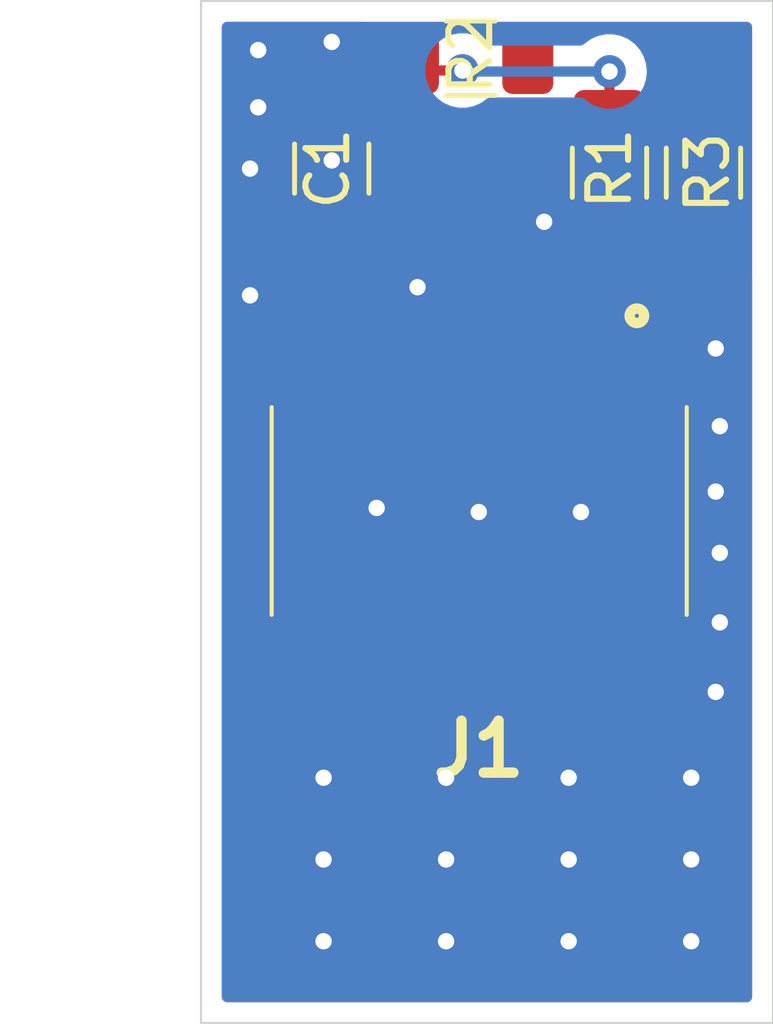
<source format=kicad_pcb>
(kicad_pcb (version 20211014) (generator pcbnew)
  (layers (0 "F.Cu" signal) (31 "B.Cu" signal) (34 "B.Paste" user) (35 "F.Paste" user) (36 "B.SilkS" user "B.Silkscreen") (37 "F.SilkS" user "F.Silkscreen") (38 "B.Mask" user) (39 "F.Mask" user) (44 "Edge.Cuts" user))
  (net 0 "")
  (net 1 "GND")
  (net 2 "+3V3")
  (net 3 "SDA")
  (net 4 "SCL")
  (net 5 "Net-(R3-Pad2)")
  (net 7 "Net-(IC1-Pad2)")
  (footprint "SamacSys_Parts:TSM-104-YY-ZZZ-DV-P-TR" (layer "F.Cu") (at 137.81 74.475)
    (fp_text reference "J1" (at -0.01 5.825) (layer "F.SilkS") (effects (font (size 1.27 1.27) (thickness 0.254))))
    (fp_text value "TSM-104-02-S-DV-P-TR" hide)
    (fp_line (start -5.08 2.54) (end -5.08 -2.54) (layer "F.SilkS") (width 0.1))
    (fp_line (start 5.08 -2.54) (end 5.08 2.54) (layer "F.SilkS") (width 0.1))
    (fp_circle (center 3.86 -4.775) (end 3.81 -4.775) (layer "F.SilkS") (width 0.254) (fill none))
    (pad "1" smd rect locked (at 3.81 -2.475) (size 1.27 3.68) (layers "F.Cu" "F.Paste" "F.Mask") (net 3 "SDA"))
    (pad "2" smd rect locked (at 3.81 2.475) (size 1.27 3.68) (layers "F.Cu" "F.Paste" "F.Mask") (net 1 "GND"))
    (pad "3" smd rect locked (at 1.27 -2.475) (size 1.27 3.68) (layers "F.Cu" "F.Paste" "F.Mask") (net 4 "SCL"))
    (pad "4" smd rect locked (at 1.27 2.475) (size 1.27 3.68) (layers "F.Cu" "F.Paste" "F.Mask") (net 1 "GND"))
    (pad "5" smd rect locked (at -1.27 -2.475) (size 1.27 3.68) (layers "F.Cu" "F.Paste" "F.Mask") (net 1 "GND"))
    (pad "6" smd rect locked (at -1.27 2.475) (size 1.27 3.68) (layers "F.Cu" "F.Paste" "F.Mask") (net 1 "GND"))
    (pad "7" smd rect locked (at -3.81 -2.475) (size 1.27 3.68) (layers "F.Cu" "F.Paste" "F.Mask") (net 2 "+3V3"))
    (pad "8" smd rect locked (at -3.81 2.475) (size 1.27 3.68) (layers "F.Cu" "F.Paste" "F.Mask") (net 1 "GND"))
  )
  (footprint "Resistor_SMD:R_1206_3216Metric" (layer "F.Cu") (at 141 66.2 -90)
    (fp_text reference "R1" (at -0.1 0 90) (layer "F.SilkS"))
    (fp_text value "10K")
    (fp_line (start -0.602064 -0.91) (end 0.602064 -0.91) (layer "F.SilkS") (width 0.12))
    (fp_line (start -0.602064 0.91) (end 0.602064 0.91) (layer "F.SilkS") (width 0.12))
    (pad "1" smd roundrect locked (at -1.4 0 270) (size 1.25 1.75) (layers "F.Cu" "F.Paste" "F.Mask") (roundrect_rratio 0.2) (net 2 "+3V3"))
    (pad "2" smd roundrect locked (at 1.4 0 270) (size 1.25 1.75) (layers "F.Cu" "F.Paste" "F.Mask") (roundrect_rratio 0.2) (net 4 "SCL"))
  )
  (footprint "Resistor_SMD:R_1206_3216Metric" (layer "F.Cu") (at 143.3 66.2 -90)
    (fp_text reference "R3" (at 0 -0.1 90) (layer "F.SilkS"))
    (fp_text value "10K")
    (fp_line (start -0.602064 -0.91) (end 0.602064 -0.91) (layer "F.SilkS") (width 0.12))
    (fp_line (start -0.602064 0.91) (end 0.602064 0.91) (layer "F.SilkS") (width 0.12))
    (pad "1" smd roundrect locked (at -1.4 0 270) (size 1.25 1.75) (layers "F.Cu" "F.Paste" "F.Mask") (roundrect_rratio 0.2) (net 2 "+3V3"))
    (pad "2" smd roundrect locked (at 1.4 0 270) (size 1.25 1.75) (layers "F.Cu" "F.Paste" "F.Mask") (roundrect_rratio 0.2) (net 3 "SDA"))
  )
  (footprint "Capacitor_SMD:C_1206_3216Metric_Pad1.42x1.75mm_HandSolder" (layer "F.Cu") (at 134.2 66.1 90)
    (fp_text reference "C1" (at 0 -0.1 90) (layer "F.SilkS"))
    (fp_text value "100nF")
    (fp_line (start -0.602064 -0.91) (end 0.602064 -0.91) (layer "F.SilkS") (width 0.12))
    (fp_line (start -0.602064 0.91) (end 0.602064 0.91) (layer "F.SilkS") (width 0.12))
    (pad "1" smd roundrect locked (at -1.4875 0 90) (size 1.425 1.75) (layers "F.Cu" "F.Paste" "F.Mask") (roundrect_rratio 0.1754385965) (net 2 "+3V3"))
    (pad "2" smd roundrect locked (at 1.4875 0 90) (size 1.425 1.75) (layers "F.Cu" "F.Paste" "F.Mask") (roundrect_rratio 0.1754385965) (net 1 "GND"))
  )
  (footprint "Resistor_SMD:R_1206_3216Metric" (layer "F.Cu") (at 137.6 63.4)
    (fp_text reference "R2" (at 0 -0.1 90) (layer "F.SilkS"))
    (fp_text value "10K")
    (fp_line (start -0.602064 0.91) (end 0.602064 0.91) (layer "F.SilkS") (width 0.12))
    (fp_line (start -0.602064 -0.91) (end 0.602064 -0.91) (layer "F.SilkS") (width 0.12))
    (pad "1" smd roundrect locked (at -1.4 0) (size 1.25 1.75) (layers "F.Cu" "F.Paste" "F.Mask") (roundrect_rratio 0.2) (net 2 "+3V3"))
    (pad "2" smd roundrect locked (at 1.4 0) (size 1.25 1.75) (layers "F.Cu" "F.Paste" "F.Mask") (roundrect_rratio 0.2) (net 7 "Net-(IC1-Pad2)"))
  )
  (footprint "KiCAD Part Library:TSL2752" (layer "F.Cu") (at 137.0875 68.025 90)
    (fp_text reference "U1" hide)
    (fp_text value "TSL25721FN")
    (pad "1" smd rect (at 0.6 0.2 90) (size 1.2 0.35) (layers "F.Cu" "F.Paste" "F.Mask") (net 2 "+3V3"))
    (pad "2" smd roundrect (at 0.6 0.85 90) (size 1.2 0.35) (layers "F.Cu" "F.Paste" "F.Mask") (net 4 "SCL"))
    (pad "3" smd roundrect (at 0.6 1.5 90) (size 1.2 0.35) (layers "F.Cu" "F.Paste" "F.Mask") (net 1 "GND"))
    (pad "4" smd roundrect (at 2.1 1.5 90) (size 1.2 0.35) (layers "F.Cu" "F.Paste" "F.Mask"))
    (pad "5" smd roundrect (at 2.1 0.85 90) (size 1.2 0.35) (layers "F.Cu" "F.Paste" "F.Mask") (net 5 "Net-(R3-Pad2)"))
    (pad "6" smd roundrect (at 2.1 0.2 90) (size 1.2 0.35) (layers "F.Cu" "F.Paste" "F.Mask") (net 3 "SDA"))
  )
  (gr_line (start 145 87) (end 131 87) (layer "Edge.Cuts") (width 0.05))
  (gr_line (start 131 62) (end 145 62) (layer "Edge.Cuts") (width 0.05))
  (gr_line (start 131 87) (end 131 62) (layer "Edge.Cuts") (width 0.05))
  (gr_line (start 145 62) (end 145 87) (layer "Edge.Cuts") (width 0.05))
  (segment (start 138.6125 67.4) (end 138.5875 67.425) (width 0.25) (layer "F.Cu") (net 1))
  (segment (start 134.2 64.6125) (end 134.2 65.9) (width 0.25) (layer "F.Cu") (net 1))
  (segment (start 134.5 64.9125) (end 134.2 64.6125) (width 0.25) (layer "F.Cu") (net 1))
  (segment (start 139.4 67.4) (end 138.6125 67.4) (width 0.25) (layer "F.Cu") (net 1))
  (via (at 132.2 69.2) (size 0.8) (drill 0.4) (layers "F.Cu" "B.Cu") (net 1))
  (via (at 132.4 63.2) (size 0.8) (drill 0.4) (layers "F.Cu" "B.Cu") (net 1))
  (via (at 137.8 74.5) (size 0.8) (drill 0.4) (layers "F.Cu" "B.Cu") (net 1))
  (via (at 134.2 65.9) (size 0.8) (drill 0.4) (layers "F.Cu" "B.Cu") (net 1))
  (via (at 135.3 74.4) (size 0.8) (drill 0.4) (layers "F.Cu" "B.Cu") (net 1))
  (via (at 137 85) (size 0.8) (drill 0.4) (layers "F.Cu" "B.Cu") (net 1))
  (via (at 143.6 74) (size 0.8) (drill 0.4) (layers "F.Cu" "B.Cu") (net 1))
  (via (at 134 85) (size 0.8) (drill 0.4) (layers "F.Cu" "B.Cu") (net 1))
  (via (at 140.3 74.5) (size 0.8) (drill 0.4) (layers "F.Cu" "B.Cu") (net 1))
  (via (at 137 83) (size 0.8) (drill 0.4) (layers "F.Cu" "B.Cu") (net 1))
  (via (at 143.6 70.5) (size 0.8) (drill 0.4) (layers "F.Cu" "B.Cu") (net 1))
  (via (at 137 81) (size 0.8) (drill 0.4) (layers "F.Cu" "B.Cu") (net 1))
  (via (at 134 81) (size 0.8) (drill 0.4) (layers "F.Cu" "B.Cu") (net 1))
  (via (at 143.6 78.9) (size 0.8) (drill 0.4) (layers "F.Cu" "B.Cu") (net 1))
  (via (at 134.2 63) (size 0.8) (drill 0.4) (layers "F.Cu" "B.Cu") (net 1))
  (via (at 132.4 64.6) (size 0.8) (drill 0.4) (layers "F.Cu" "B.Cu") (net 1))
  (via (at 140 81) (size 0.8) (drill 0.4) (layers "F.Cu" "B.Cu") (net 1))
  (via (at 143.7 72.4) (size 0.8) (drill 0.4) (layers "F.Cu" "B.Cu") (net 1))
  (via (at 143 83) (size 0.8) (drill 0.4) (layers "F.Cu" "B.Cu") (net 1))
  (via (at 140 85) (size 0.8) (drill 0.4) (layers "F.Cu" "B.Cu") (net 1))
  (via (at 143.7 77.2) (size 0.8) (drill 0.4) (layers "F.Cu" "B.Cu") (net 1))
  (via (at 143 81) (size 0.8) (drill 0.4) (layers "F.Cu" "B.Cu") (net 1))
  (via (at 139.4 67.4) (size 0.8) (drill 0.4) (layers "F.Cu" "B.Cu") (net 1))
  (via (at 140 83) (size 0.8) (drill 0.4) (layers "F.Cu" "B.Cu") (net 1))
  (via (at 134 83) (size 0.8) (drill 0.4) (layers "F.Cu" "B.Cu") (net 1))
  (via (at 143 85) (size 0.8) (drill 0.4) (layers "F.Cu" "B.Cu") (net 1))
  (via (at 132.2 66.1) (size 0.8) (drill 0.4) (layers "F.Cu" "B.Cu") (net 1))
  (via (at 143.7 75.5) (size 0.8) (drill 0.4) (layers "F.Cu" "B.Cu") (net 1))
  (via (at 136.3 69) (size 0.8) (drill 0.4) (layers "F.Cu" "B.Cu") (net 1))
  (segment (start 135.8 63) (end 136.2 63.4) (width 0.25) (layer "F.Cu") (net 2))
  (segment (start 136.2 63.4) (end 135.7125 63.8875) (width 0.25) (layer "F.Cu") (net 2))
  (segment (start 136.2 63.4) (end 136.2 63.6) (width 0.25) (layer "F.Cu") (net 2))
  (segment (start 143.3 64.8) (end 141 64.8) (width 0.25) (layer "F.Cu") (net 2))
  (segment (start 136.2 63.4) (end 136.4875 63.6875) (width 0.25) (layer "F.Cu") (net 2))
  (segment (start 135.7125 63.8875) (end 135.7125 67.5875) (width 0.25) (layer "F.Cu") (net 2))
  (segment (start 134 72) (end 134 67.9875) (width 0.25) (layer "F.Cu") (net 2))
  (segment (start 134 67.9875) (end 134.4 67.5875) (width 0.25) (layer "F.Cu") (net 2))
  (segment (start 137.4 63.7) (end 136.5 63.7) (width 0.25) (layer "F.Cu") (net 2))
  (segment (start 141 64.8) (end 141 63.7245) (width 0.25) (layer "F.Cu") (net 2))
  (segment (start 134.2 67.5875) (end 135.7125 67.5875) (width 0.25) (layer "F.Cu") (net 2))
  (segment (start 135.7125 67.5875) (end 136.4875 67.5875) (width 0.25) (layer "F.Cu") (net 2))
  (segment (start 137.125 67.5875) (end 137.2875 67.425) (width 0.25) (layer "F.Cu") (net 2))
  (segment (start 136.4875 67.5875) (end 137.125 67.5875) (width 0.25) (layer "F.Cu") (net 2))
  (segment (start 141 64.8) (end 140.4 64.8) (width 0.25) (layer "F.Cu") (net 2))
  (segment (start 136.2 63.4) (end 136.3 63.4) (width 0.25) (layer "F.Cu") (net 2))
  (segment (start 136.5 63.7) (end 136.2 63.4) (width 0.25) (layer "F.Cu") (net 2))
  (via (at 141 63.7245) (size 0.8) (drill 0.4) (layers "F.Cu" "B.Cu") (net 2))
  (via (at 137.4 63.7) (size 0.8) (drill 0.4) (layers "F.Cu" "B.Cu") (net 2))
  (segment (start 141 63.7245) (end 137.4245 63.7245) (width 0.25) (layer "B.Cu") (net 2))
  (segment (start 137.4245 63.7245) (end 137.4 63.7) (width 0.25) (layer "B.Cu") (net 2))
  (segment (start 141.6 71.98) (end 141.62 72) (width 0.25) (layer "F.Cu") (net 3))
  (segment (start 143.3 67.6) (end 143.4 67.5) (width 0.25) (layer "F.Cu") (net 3))
  (segment (start 137.2875 65.392316) (end 137.2875 65.925) (width 0.25) (layer "F.Cu") (net 3))
  (segment (start 137.679336 65.00048) (end 137.2875 65.392316) (width 0.25) (layer "F.Cu") (net 3))
  (segment (start 141.62 72) (end 141.62 69.28) (width 0.25) (layer "F.Cu") (net 3))
  (segment (start 141.6 72.02) (end 141.62 72) (width 0.25) (layer "F.Cu") (net 3))
  (segment (start 141.44952 65.74952) (end 139.594704 65.74952) (width 0.25) (layer "F.Cu") (net 3))
  (segment (start 143.3 67.6) (end 141.44952 65.74952) (width 0.25) (layer "F.Cu") (net 3))
  (segment (start 139.594704 65.74952) (end 138.845664 65.00048) (width 0.25) (layer "F.Cu") (net 3))
  (segment (start 138.845664 65.00048) (end 137.679336 65.00048) (width 0.25) (layer "F.Cu") (net 3))
  (segment (start 141.62 69.28) (end 142.982141 67.917859) (width 0.25) (layer "F.Cu") (net 3))
  (segment (start 141.6 68.4) (end 141.6 68.2) (width 0.25) (layer "F.Cu") (net 4))
  (segment (start 139.08 70.92) (end 141.6 68.4) (width 0.25) (layer "F.Cu") (net 4))
  (segment (start 137.9375 67.957684) (end 138.579816 68.6) (width 0.25) (layer "F.Cu") (net 4))
  (segment (start 141 68) (end 141 67.6) (width 0.25) (layer "F.Cu") (net 4))
  (segment (start 137.9375 67.425) (end 137.9375 67.957684) (width 0.25) (layer "F.Cu") (net 4))
  (segment (start 138.579816 68.6) (end 140.4 68.6) (width 0.25) (layer "F.Cu") (net 4))
  (segment (start 139.08 70.72) (end 139.08 72) (width 0.25) (layer "F.Cu") (net 4))
  (segment (start 139.08 72) (end 139.08 71.02) (width 0.25) (layer "F.Cu") (net 4))
  (segment (start 140.4 68.6) (end 141 68) (width 0.25) (layer "F.Cu") (net 4))
  (segment (start 141.6 68.2) (end 141 67.6) (width 0.25) (layer "F.Cu") (net 4))
  (segment (start 139.1 63.8) (end 139.2 63.8) (width 0.25) (layer "F.Cu") (net 7))
  (segment (start 139.4 63) (end 139 63.4) (width 0.25) (layer "F.Cu") (net 7))
  (zone (net 1) (net_name "GND") (layer "F.Cu") (connect_pads (clearance 0.508)) (min_thickness 0.254) (fill yes (thermal_gap 0.508) (thermal_bridge_width 0.508))
    (polygon (pts (xy 145 87) (xy 131 87) (xy 131 62) (xy 145 62)))
  )
  (zone (net 1) (net_name "GND") (layer "B.Cu") (connect_pads (clearance 0.508)) (min_thickness 0.254) (fill yes (thermal_gap 0.508) (thermal_bridge_width 0.508))
    (polygon (pts (xy 145 87) (xy 131 87) (xy 131 62) (xy 145 62)))
  )
)
</source>
